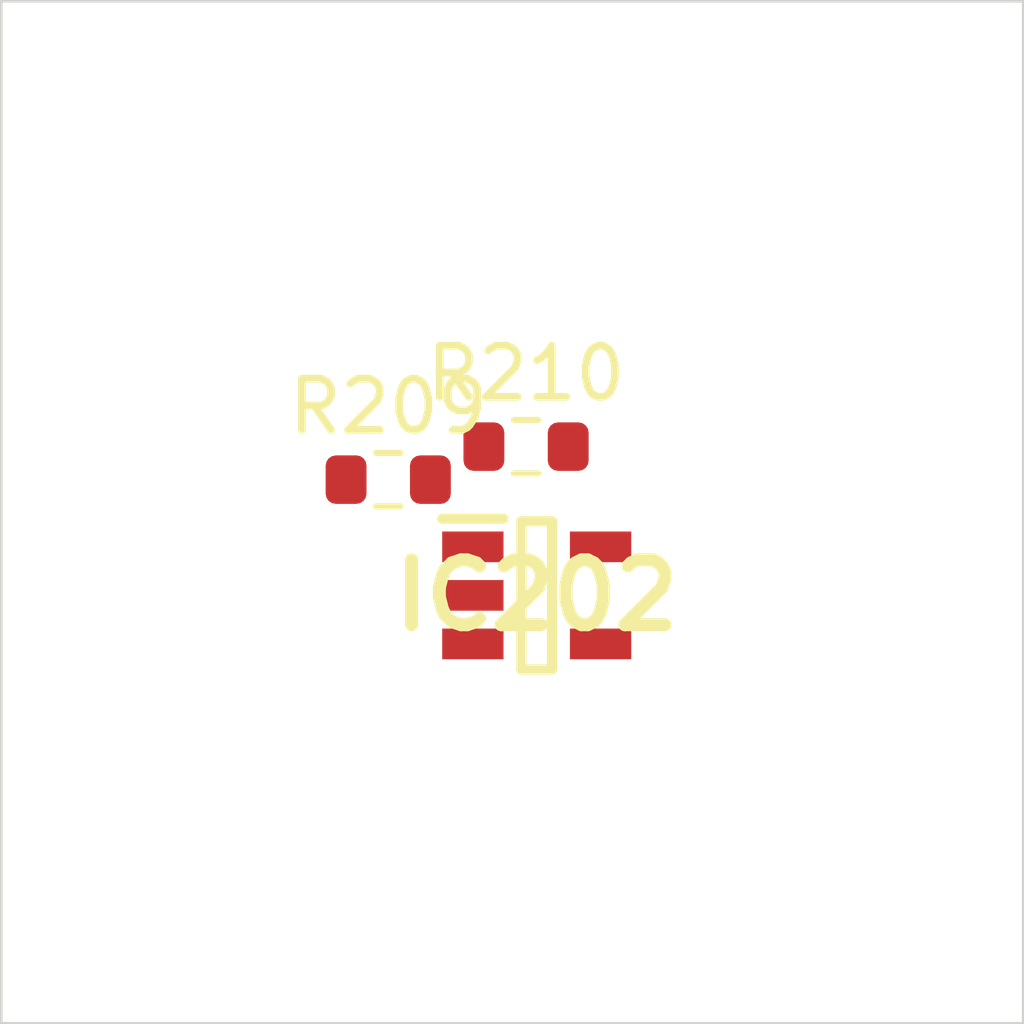
<source format=kicad_pcb>
 ( kicad_pcb  ( version 20171130 )
 ( host pcbnew 5.1.12-84ad8e8a86~92~ubuntu18.04.1 )
 ( general  ( thickness 1.6 )
 ( drawings 4 )
 ( tracks 0 )
 ( zones 0 )
 ( modules 3 )
 ( nets 5 )
)
 ( page A4 )
 ( layers  ( 0 F.Cu signal )
 ( 31 B.Cu signal )
 ( 32 B.Adhes user )
 ( 33 F.Adhes user )
 ( 34 B.Paste user )
 ( 35 F.Paste user )
 ( 36 B.SilkS user )
 ( 37 F.SilkS user )
 ( 38 B.Mask user )
 ( 39 F.Mask user )
 ( 40 Dwgs.User user )
 ( 41 Cmts.User user )
 ( 42 Eco1.User user )
 ( 43 Eco2.User user )
 ( 44 Edge.Cuts user )
 ( 45 Margin user )
 ( 46 B.CrtYd user )
 ( 47 F.CrtYd user )
 ( 48 B.Fab user )
 ( 49 F.Fab user )
)
 ( setup  ( last_trace_width 0.25 )
 ( trace_clearance 0.2 )
 ( zone_clearance 0.508 )
 ( zone_45_only no )
 ( trace_min 0.2 )
 ( via_size 0.8 )
 ( via_drill 0.4 )
 ( via_min_size 0.4 )
 ( via_min_drill 0.3 )
 ( uvia_size 0.3 )
 ( uvia_drill 0.1 )
 ( uvias_allowed no )
 ( uvia_min_size 0.2 )
 ( uvia_min_drill 0.1 )
 ( edge_width 0.05 )
 ( segment_width 0.2 )
 ( pcb_text_width 0.3 )
 ( pcb_text_size 1.5 1.5 )
 ( mod_edge_width 0.12 )
 ( mod_text_size 1 1 )
 ( mod_text_width 0.15 )
 ( pad_size 1.524 1.524 )
 ( pad_drill 0.762 )
 ( pad_to_mask_clearance 0 )
 ( aux_axis_origin 0 0 )
 ( visible_elements FFFFFF7F )
 ( pcbplotparams  ( layerselection 0x010fc_ffffffff )
 ( usegerberextensions false )
 ( usegerberattributes true )
 ( usegerberadvancedattributes true )
 ( creategerberjobfile true )
 ( excludeedgelayer true )
 ( linewidth 0.100000 )
 ( plotframeref false )
 ( viasonmask false )
 ( mode 1 )
 ( useauxorigin false )
 ( hpglpennumber 1 )
 ( hpglpenspeed 20 )
 ( hpglpendiameter 15.000000 )
 ( psnegative false )
 ( psa4output false )
 ( plotreference true )
 ( plotvalue true )
 ( plotinvisibletext false )
 ( padsonsilk false )
 ( subtractmaskfromsilk false )
 ( outputformat 1 )
 ( mirror false )
 ( drillshape 1 )
 ( scaleselection 1 )
 ( outputdirectory "" )
)
)
 ( net 0 "" )
 ( net 1 GND )
 ( net 2 VDDA )
 ( net 3 /Sheet6235D886/vp )
 ( net 4 "Net-(IC202-Pad3)" )
 ( net_class Default "This is the default net class."  ( clearance 0.2 )
 ( trace_width 0.25 )
 ( via_dia 0.8 )
 ( via_drill 0.4 )
 ( uvia_dia 0.3 )
 ( uvia_drill 0.1 )
 ( add_net /Sheet6235D886/vp )
 ( add_net GND )
 ( add_net "Net-(IC202-Pad3)" )
 ( add_net VDDA )
)
 ( module SOT95P280X145-5N locked  ( layer F.Cu )
 ( tedit 62336ED7 )
 ( tstamp 623423ED )
 ( at 90.479100 111.627000 )
 ( descr DBV0005A )
 ( tags "Integrated Circuit" )
 ( path /6235D887/6266C08E )
 ( attr smd )
 ( fp_text reference IC202  ( at 0 0 )
 ( layer F.SilkS )
 ( effects  ( font  ( size 1.27 1.27 )
 ( thickness 0.254 )
)
)
)
 ( fp_text value TL071HIDBVR  ( at 0 0 )
 ( layer F.SilkS )
hide  ( effects  ( font  ( size 1.27 1.27 )
 ( thickness 0.254 )
)
)
)
 ( fp_line  ( start -1.85 -1.5 )
 ( end -0.65 -1.5 )
 ( layer F.SilkS )
 ( width 0.2 )
)
 ( fp_line  ( start -0.3 1.45 )
 ( end -0.3 -1.45 )
 ( layer F.SilkS )
 ( width 0.2 )
)
 ( fp_line  ( start 0.3 1.45 )
 ( end -0.3 1.45 )
 ( layer F.SilkS )
 ( width 0.2 )
)
 ( fp_line  ( start 0.3 -1.45 )
 ( end 0.3 1.45 )
 ( layer F.SilkS )
 ( width 0.2 )
)
 ( fp_line  ( start -0.3 -1.45 )
 ( end 0.3 -1.45 )
 ( layer F.SilkS )
 ( width 0.2 )
)
 ( fp_line  ( start -0.8 -0.5 )
 ( end 0.15 -1.45 )
 ( layer Dwgs.User )
 ( width 0.1 )
)
 ( fp_line  ( start -0.8 1.45 )
 ( end -0.8 -1.45 )
 ( layer Dwgs.User )
 ( width 0.1 )
)
 ( fp_line  ( start 0.8 1.45 )
 ( end -0.8 1.45 )
 ( layer Dwgs.User )
 ( width 0.1 )
)
 ( fp_line  ( start 0.8 -1.45 )
 ( end 0.8 1.45 )
 ( layer Dwgs.User )
 ( width 0.1 )
)
 ( fp_line  ( start -0.8 -1.45 )
 ( end 0.8 -1.45 )
 ( layer Dwgs.User )
 ( width 0.1 )
)
 ( fp_line  ( start -2.1 1.775 )
 ( end -2.1 -1.775 )
 ( layer Dwgs.User )
 ( width 0.05 )
)
 ( fp_line  ( start 2.1 1.775 )
 ( end -2.1 1.775 )
 ( layer Dwgs.User )
 ( width 0.05 )
)
 ( fp_line  ( start 2.1 -1.775 )
 ( end 2.1 1.775 )
 ( layer Dwgs.User )
 ( width 0.05 )
)
 ( fp_line  ( start -2.1 -1.775 )
 ( end 2.1 -1.775 )
 ( layer Dwgs.User )
 ( width 0.05 )
)
 ( pad 1 smd rect  ( at -1.25 -0.95 90.000000 )
 ( size 0.6 1.2 )
 ( layers F.Cu F.Mask F.Paste )
 ( net 3 /Sheet6235D886/vp )
)
 ( pad 2 smd rect  ( at -1.25 0 90.000000 )
 ( size 0.6 1.2 )
 ( layers F.Cu F.Mask F.Paste )
 ( net 1 GND )
)
 ( pad 3 smd rect  ( at -1.25 0.95 90.000000 )
 ( size 0.6 1.2 )
 ( layers F.Cu F.Mask F.Paste )
 ( net 4 "Net-(IC202-Pad3)" )
)
 ( pad 4 smd rect  ( at 1.25 0.95 90.000000 )
 ( size 0.6 1.2 )
 ( layers F.Cu F.Mask F.Paste )
 ( net 3 /Sheet6235D886/vp )
)
 ( pad 5 smd rect  ( at 1.25 -0.95 90.000000 )
 ( size 0.6 1.2 )
 ( layers F.Cu F.Mask F.Paste )
 ( net 2 VDDA )
)
)
 ( module Resistor_SMD:R_0603_1608Metric  ( layer F.Cu )
 ( tedit 5F68FEEE )
 ( tstamp 62342595 )
 ( at 87.573100 109.362000 )
 ( descr "Resistor SMD 0603 (1608 Metric), square (rectangular) end terminal, IPC_7351 nominal, (Body size source: IPC-SM-782 page 72, https://www.pcb-3d.com/wordpress/wp-content/uploads/ipc-sm-782a_amendment_1_and_2.pdf), generated with kicad-footprint-generator" )
 ( tags resistor )
 ( path /6235D887/623CDBD9 )
 ( attr smd )
 ( fp_text reference R209  ( at 0 -1.43 )
 ( layer F.SilkS )
 ( effects  ( font  ( size 1 1 )
 ( thickness 0.15 )
)
)
)
 ( fp_text value 100k  ( at 0 1.43 )
 ( layer F.Fab )
 ( effects  ( font  ( size 1 1 )
 ( thickness 0.15 )
)
)
)
 ( fp_line  ( start -0.8 0.4125 )
 ( end -0.8 -0.4125 )
 ( layer F.Fab )
 ( width 0.1 )
)
 ( fp_line  ( start -0.8 -0.4125 )
 ( end 0.8 -0.4125 )
 ( layer F.Fab )
 ( width 0.1 )
)
 ( fp_line  ( start 0.8 -0.4125 )
 ( end 0.8 0.4125 )
 ( layer F.Fab )
 ( width 0.1 )
)
 ( fp_line  ( start 0.8 0.4125 )
 ( end -0.8 0.4125 )
 ( layer F.Fab )
 ( width 0.1 )
)
 ( fp_line  ( start -0.237258 -0.5225 )
 ( end 0.237258 -0.5225 )
 ( layer F.SilkS )
 ( width 0.12 )
)
 ( fp_line  ( start -0.237258 0.5225 )
 ( end 0.237258 0.5225 )
 ( layer F.SilkS )
 ( width 0.12 )
)
 ( fp_line  ( start -1.48 0.73 )
 ( end -1.48 -0.73 )
 ( layer F.CrtYd )
 ( width 0.05 )
)
 ( fp_line  ( start -1.48 -0.73 )
 ( end 1.48 -0.73 )
 ( layer F.CrtYd )
 ( width 0.05 )
)
 ( fp_line  ( start 1.48 -0.73 )
 ( end 1.48 0.73 )
 ( layer F.CrtYd )
 ( width 0.05 )
)
 ( fp_line  ( start 1.48 0.73 )
 ( end -1.48 0.73 )
 ( layer F.CrtYd )
 ( width 0.05 )
)
 ( fp_text user %R  ( at 0 0 )
 ( layer F.Fab )
 ( effects  ( font  ( size 0.4 0.4 )
 ( thickness 0.06 )
)
)
)
 ( pad 1 smd roundrect  ( at -0.825 0 )
 ( size 0.8 0.95 )
 ( layers F.Cu F.Mask F.Paste )
 ( roundrect_rratio 0.25 )
 ( net 2 VDDA )
)
 ( pad 2 smd roundrect  ( at 0.825 0 )
 ( size 0.8 0.95 )
 ( layers F.Cu F.Mask F.Paste )
 ( roundrect_rratio 0.25 )
 ( net 4 "Net-(IC202-Pad3)" )
)
 ( model ${KISYS3DMOD}/Resistor_SMD.3dshapes/R_0603_1608Metric.wrl  ( at  ( xyz 0 0 0 )
)
 ( scale  ( xyz 1 1 1 )
)
 ( rotate  ( xyz 0 0 0 )
)
)
)
 ( module Resistor_SMD:R_0603_1608Metric  ( layer F.Cu )
 ( tedit 5F68FEEE )
 ( tstamp 623425A6 )
 ( at 90.270500 108.716000 )
 ( descr "Resistor SMD 0603 (1608 Metric), square (rectangular) end terminal, IPC_7351 nominal, (Body size source: IPC-SM-782 page 72, https://www.pcb-3d.com/wordpress/wp-content/uploads/ipc-sm-782a_amendment_1_and_2.pdf), generated with kicad-footprint-generator" )
 ( tags resistor )
 ( path /6235D887/623CDBDF )
 ( attr smd )
 ( fp_text reference R210  ( at 0 -1.43 )
 ( layer F.SilkS )
 ( effects  ( font  ( size 1 1 )
 ( thickness 0.15 )
)
)
)
 ( fp_text value 100k  ( at 0 1.43 )
 ( layer F.Fab )
 ( effects  ( font  ( size 1 1 )
 ( thickness 0.15 )
)
)
)
 ( fp_line  ( start 1.48 0.73 )
 ( end -1.48 0.73 )
 ( layer F.CrtYd )
 ( width 0.05 )
)
 ( fp_line  ( start 1.48 -0.73 )
 ( end 1.48 0.73 )
 ( layer F.CrtYd )
 ( width 0.05 )
)
 ( fp_line  ( start -1.48 -0.73 )
 ( end 1.48 -0.73 )
 ( layer F.CrtYd )
 ( width 0.05 )
)
 ( fp_line  ( start -1.48 0.73 )
 ( end -1.48 -0.73 )
 ( layer F.CrtYd )
 ( width 0.05 )
)
 ( fp_line  ( start -0.237258 0.5225 )
 ( end 0.237258 0.5225 )
 ( layer F.SilkS )
 ( width 0.12 )
)
 ( fp_line  ( start -0.237258 -0.5225 )
 ( end 0.237258 -0.5225 )
 ( layer F.SilkS )
 ( width 0.12 )
)
 ( fp_line  ( start 0.8 0.4125 )
 ( end -0.8 0.4125 )
 ( layer F.Fab )
 ( width 0.1 )
)
 ( fp_line  ( start 0.8 -0.4125 )
 ( end 0.8 0.4125 )
 ( layer F.Fab )
 ( width 0.1 )
)
 ( fp_line  ( start -0.8 -0.4125 )
 ( end 0.8 -0.4125 )
 ( layer F.Fab )
 ( width 0.1 )
)
 ( fp_line  ( start -0.8 0.4125 )
 ( end -0.8 -0.4125 )
 ( layer F.Fab )
 ( width 0.1 )
)
 ( fp_text user %R  ( at 0 0 )
 ( layer F.Fab )
 ( effects  ( font  ( size 0.4 0.4 )
 ( thickness 0.06 )
)
)
)
 ( pad 2 smd roundrect  ( at 0.825 0 )
 ( size 0.8 0.95 )
 ( layers F.Cu F.Mask F.Paste )
 ( roundrect_rratio 0.25 )
 ( net 1 GND )
)
 ( pad 1 smd roundrect  ( at -0.825 0 )
 ( size 0.8 0.95 )
 ( layers F.Cu F.Mask F.Paste )
 ( roundrect_rratio 0.25 )
 ( net 4 "Net-(IC202-Pad3)" )
)
 ( model ${KISYS3DMOD}/Resistor_SMD.3dshapes/R_0603_1608Metric.wrl  ( at  ( xyz 0 0 0 )
)
 ( scale  ( xyz 1 1 1 )
)
 ( rotate  ( xyz 0 0 0 )
)
)
)
 ( gr_line  ( start 100 100 )
 ( end 100 120 )
 ( layer Edge.Cuts )
 ( width 0.05 )
 ( tstamp 62E770C4 )
)
 ( gr_line  ( start 80 120 )
 ( end 100 120 )
 ( layer Edge.Cuts )
 ( width 0.05 )
 ( tstamp 62E770C0 )
)
 ( gr_line  ( start 80 100 )
 ( end 100 100 )
 ( layer Edge.Cuts )
 ( width 0.05 )
 ( tstamp 6234110C )
)
 ( gr_line  ( start 80 100 )
 ( end 80 120 )
 ( layer Edge.Cuts )
 ( width 0.05 )
)
)

</source>
